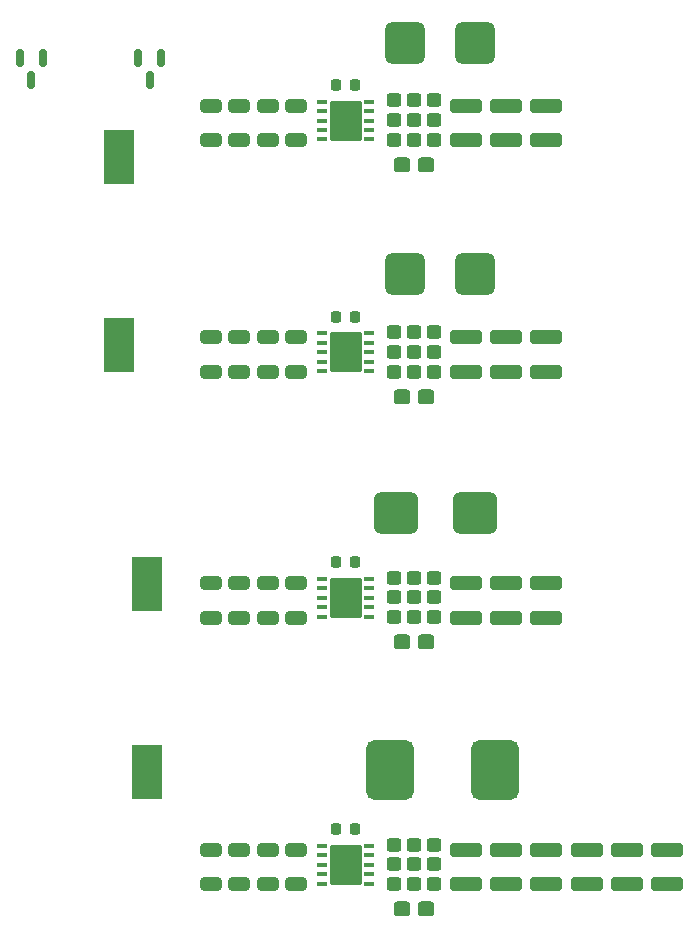
<source format=gbr>
%TF.GenerationSoftware,KiCad,Pcbnew,9.0.1-rc2-202503292320~1d443ca74c~ubuntu22.04.1*%
%TF.CreationDate,2025-03-31T00:08:07+02:00*%
%TF.ProjectId,PowkiBoard,506f776b-6942-46f6-9172-642e6b696361,rev?*%
%TF.SameCoordinates,Original*%
%TF.FileFunction,Paste,Top*%
%TF.FilePolarity,Positive*%
%FSLAX46Y46*%
G04 Gerber Fmt 4.6, Leading zero omitted, Abs format (unit mm)*
G04 Created by KiCad (PCBNEW 9.0.1-rc2-202503292320~1d443ca74c~ubuntu22.04.1) date 2025-03-31 00:08:07*
%MOMM*%
%LPD*%
G01*
G04 APERTURE LIST*
G04 Aperture macros list*
%AMRoundRect*
0 Rectangle with rounded corners*
0 $1 Rounding radius*
0 $2 $3 $4 $5 $6 $7 $8 $9 X,Y pos of 4 corners*
0 Add a 4 corners polygon primitive as box body*
4,1,4,$2,$3,$4,$5,$6,$7,$8,$9,$2,$3,0*
0 Add four circle primitives for the rounded corners*
1,1,$1+$1,$2,$3*
1,1,$1+$1,$4,$5*
1,1,$1+$1,$6,$7*
1,1,$1+$1,$8,$9*
0 Add four rect primitives between the rounded corners*
20,1,$1+$1,$2,$3,$4,$5,0*
20,1,$1+$1,$4,$5,$6,$7,0*
20,1,$1+$1,$6,$7,$8,$9,0*
20,1,$1+$1,$8,$9,$2,$3,0*%
G04 Aperture macros list end*
%ADD10RoundRect,0.225000X-0.225000X-0.250000X0.225000X-0.250000X0.225000X0.250000X-0.225000X0.250000X0*%
%ADD11RoundRect,0.250000X-0.650000X0.325000X-0.650000X-0.325000X0.650000X-0.325000X0.650000X0.325000X0*%
%ADD12RoundRect,0.250000X-1.100000X0.325000X-1.100000X-0.325000X1.100000X-0.325000X1.100000X0.325000X0*%
%ADD13R,2.600000X4.600000*%
%ADD14RoundRect,0.040000X-0.385000X0.160000X-0.385000X-0.160000X0.385000X-0.160000X0.385000X0.160000X0*%
%ADD15RoundRect,0.054000X-1.296000X-1.646000X1.296000X-1.646000X1.296000X1.646000X-1.296000X1.646000X0*%
%ADD16RoundRect,0.300000X-0.325000X-0.300000X0.325000X-0.300000X0.325000X0.300000X-0.325000X0.300000X0*%
%ADD17RoundRect,0.317500X0.382500X0.317500X-0.382500X0.317500X-0.382500X-0.317500X0.382500X-0.317500X0*%
%ADD18RoundRect,0.503250X-1.174250X-1.246750X1.174250X-1.246750X1.174250X1.246750X-1.174250X1.246750X0*%
%ADD19RoundRect,0.600000X-1.400000X-1.900000X1.400000X-1.900000X1.400000X1.900000X-1.400000X1.900000X0*%
%ADD20RoundRect,0.525000X-1.340000X-1.225000X1.340000X-1.225000X1.340000X1.225000X-1.340000X1.225000X0*%
%ADD21RoundRect,0.150000X-0.150000X0.587500X-0.150000X-0.587500X0.150000X-0.587500X0.150000X0.587500X0*%
G04 APERTURE END LIST*
D10*
%TO.C,C5*%
X56025000Y-93800000D03*
X57575000Y-93800000D03*
%TD*%
D11*
%TO.C,C1*%
X52600000Y-95525000D03*
X52600000Y-98475000D03*
%TD*%
D12*
%TO.C,C8*%
X67000000Y-95525000D03*
X67000000Y-98475000D03*
%TD*%
D13*
%TO.C,U6*%
X37600000Y-75400000D03*
X37600000Y-59500000D03*
%TD*%
D12*
%TO.C,C27*%
X67000000Y-118125000D03*
X67000000Y-121075000D03*
%TD*%
%TO.C,C23*%
X80600000Y-118125000D03*
X80600000Y-121075000D03*
%TD*%
%TO.C,C25*%
X73800000Y-118125000D03*
X73800000Y-121075000D03*
%TD*%
%TO.C,C46*%
X70400000Y-55125000D03*
X70400000Y-58075000D03*
%TD*%
D14*
%TO.C,U3*%
X54825000Y-117800000D03*
X54825000Y-118600000D03*
X54825000Y-119400000D03*
X54825000Y-120200000D03*
X54825000Y-121000000D03*
X58775000Y-121000000D03*
X58775000Y-120200000D03*
X58775000Y-119400000D03*
X58775000Y-118600000D03*
X58775000Y-117800000D03*
D15*
X56800000Y-119400000D03*
%TD*%
D16*
%TO.C,D4*%
X64300000Y-58050000D03*
X64300000Y-56360000D03*
X64300000Y-54700000D03*
X62600000Y-58050000D03*
X62600000Y-56360000D03*
X62600000Y-54700000D03*
X60900000Y-58050000D03*
X60900000Y-56360000D03*
X60900000Y-54700000D03*
D17*
X63640000Y-60165000D03*
X61560000Y-60165000D03*
%TD*%
D11*
%TO.C,C11*%
X50200000Y-74725000D03*
X50200000Y-77675000D03*
%TD*%
%TO.C,C16*%
X52600000Y-118125000D03*
X52600000Y-121075000D03*
%TD*%
D14*
%TO.C,U1*%
X54825000Y-95200000D03*
X54825000Y-96000000D03*
X54825000Y-96800000D03*
X54825000Y-97600000D03*
X54825000Y-98400000D03*
X58775000Y-98400000D03*
X58775000Y-97600000D03*
X58775000Y-96800000D03*
X58775000Y-96000000D03*
X58775000Y-95200000D03*
D15*
X56800000Y-96800000D03*
%TD*%
D18*
%TO.C,L2*%
X61847500Y-69400000D03*
X67752500Y-69400000D03*
%TD*%
D11*
%TO.C,C38*%
X50200000Y-55125000D03*
X50200000Y-58075000D03*
%TD*%
%TO.C,C14*%
X47800000Y-118125000D03*
X47800000Y-121075000D03*
%TD*%
D18*
%TO.C,L4*%
X61847500Y-49800000D03*
X67752500Y-49800000D03*
%TD*%
D12*
%TO.C,C45*%
X73800000Y-55125000D03*
X73800000Y-58075000D03*
%TD*%
D13*
%TO.C,U5*%
X40000000Y-111550000D03*
X40000000Y-95650000D03*
%TD*%
D16*
%TO.C,D3*%
X64300000Y-77650000D03*
X64300000Y-75960000D03*
X64300000Y-74300000D03*
X62600000Y-77650000D03*
X62600000Y-75960000D03*
X62600000Y-74300000D03*
X60900000Y-77650000D03*
X60900000Y-75960000D03*
X60900000Y-74300000D03*
D17*
X63640000Y-79765000D03*
X61560000Y-79765000D03*
%TD*%
D19*
%TO.C,L3*%
X60550000Y-111400000D03*
X69450000Y-111400000D03*
%TD*%
D20*
%TO.C,L1*%
X61060000Y-89600000D03*
X67740000Y-89600000D03*
%TD*%
D21*
%TO.C,D9*%
X41150000Y-51062500D03*
X39250000Y-51062500D03*
X40200000Y-52937500D03*
%TD*%
D11*
%TO.C,C10*%
X47800000Y-74725000D03*
X47800000Y-77675000D03*
%TD*%
D21*
%TO.C,D10*%
X31150000Y-51062500D03*
X29250000Y-51062500D03*
X30200000Y-52937500D03*
%TD*%
D10*
%TO.C,C18*%
X56025000Y-116400000D03*
X57575000Y-116400000D03*
%TD*%
D12*
%TO.C,C22*%
X84000000Y-118125000D03*
X84000000Y-121075000D03*
%TD*%
D11*
%TO.C,C13*%
X45400000Y-118125000D03*
X45400000Y-121075000D03*
%TD*%
D14*
%TO.C,U2*%
X54825000Y-74400000D03*
X54825000Y-75200000D03*
X54825000Y-76000000D03*
X54825000Y-76800000D03*
X54825000Y-77600000D03*
X58775000Y-77600000D03*
X58775000Y-76800000D03*
X58775000Y-76000000D03*
X58775000Y-75200000D03*
X58775000Y-74400000D03*
D15*
X56800000Y-76000000D03*
%TD*%
D11*
%TO.C,C37*%
X52600000Y-55125000D03*
X52600000Y-58075000D03*
%TD*%
D12*
%TO.C,C6*%
X73800000Y-95525000D03*
X73800000Y-98475000D03*
%TD*%
%TO.C,C26*%
X70400000Y-118125000D03*
X70400000Y-121075000D03*
%TD*%
%TO.C,C47*%
X67000000Y-55125000D03*
X67000000Y-58075000D03*
%TD*%
%TO.C,C24*%
X77200000Y-118125000D03*
X77200000Y-121075000D03*
%TD*%
D11*
%TO.C,C3*%
X47800000Y-95525000D03*
X47800000Y-98475000D03*
%TD*%
D12*
%TO.C,C19*%
X73800000Y-74725000D03*
X73800000Y-77675000D03*
%TD*%
D11*
%TO.C,C40*%
X45400000Y-55125000D03*
X45400000Y-58075000D03*
%TD*%
D16*
%TO.C,D2*%
X64300000Y-121050000D03*
X64300000Y-119360000D03*
X64300000Y-117700000D03*
X62600000Y-121050000D03*
X62600000Y-119360000D03*
X62600000Y-117700000D03*
X60900000Y-121050000D03*
X60900000Y-119360000D03*
X60900000Y-117700000D03*
D17*
X63640000Y-123165000D03*
X61560000Y-123165000D03*
%TD*%
D11*
%TO.C,C15*%
X50200000Y-118125000D03*
X50200000Y-121075000D03*
%TD*%
%TO.C,C4*%
X45400000Y-95525000D03*
X45400000Y-98475000D03*
%TD*%
%TO.C,C2*%
X50200000Y-95525000D03*
X50200000Y-98475000D03*
%TD*%
%TO.C,C12*%
X52600000Y-74725000D03*
X52600000Y-77675000D03*
%TD*%
D16*
%TO.C,D1*%
X64300000Y-98450000D03*
X64300000Y-96760000D03*
X64300000Y-95100000D03*
X62600000Y-98450000D03*
X62600000Y-96760000D03*
X62600000Y-95100000D03*
X60900000Y-98450000D03*
X60900000Y-96760000D03*
X60900000Y-95100000D03*
D17*
X63640000Y-100565000D03*
X61560000Y-100565000D03*
%TD*%
D10*
%TO.C,C17*%
X56025000Y-73000000D03*
X57575000Y-73000000D03*
%TD*%
D12*
%TO.C,C21*%
X67000000Y-74725000D03*
X67000000Y-77675000D03*
%TD*%
%TO.C,C20*%
X70400000Y-74725000D03*
X70400000Y-77675000D03*
%TD*%
D11*
%TO.C,C39*%
X47800000Y-55125000D03*
X47800000Y-58075000D03*
%TD*%
D10*
%TO.C,C44*%
X56025000Y-53400000D03*
X57575000Y-53400000D03*
%TD*%
D12*
%TO.C,C7*%
X70400000Y-95525000D03*
X70400000Y-98475000D03*
%TD*%
D14*
%TO.C,U4*%
X54825000Y-54800000D03*
X54825000Y-55600000D03*
X54825000Y-56400000D03*
X54825000Y-57200000D03*
X54825000Y-58000000D03*
X58775000Y-58000000D03*
X58775000Y-57200000D03*
X58775000Y-56400000D03*
X58775000Y-55600000D03*
X58775000Y-54800000D03*
D15*
X56800000Y-56400000D03*
%TD*%
D11*
%TO.C,C9*%
X45400000Y-74725000D03*
X45400000Y-77675000D03*
%TD*%
M02*

</source>
